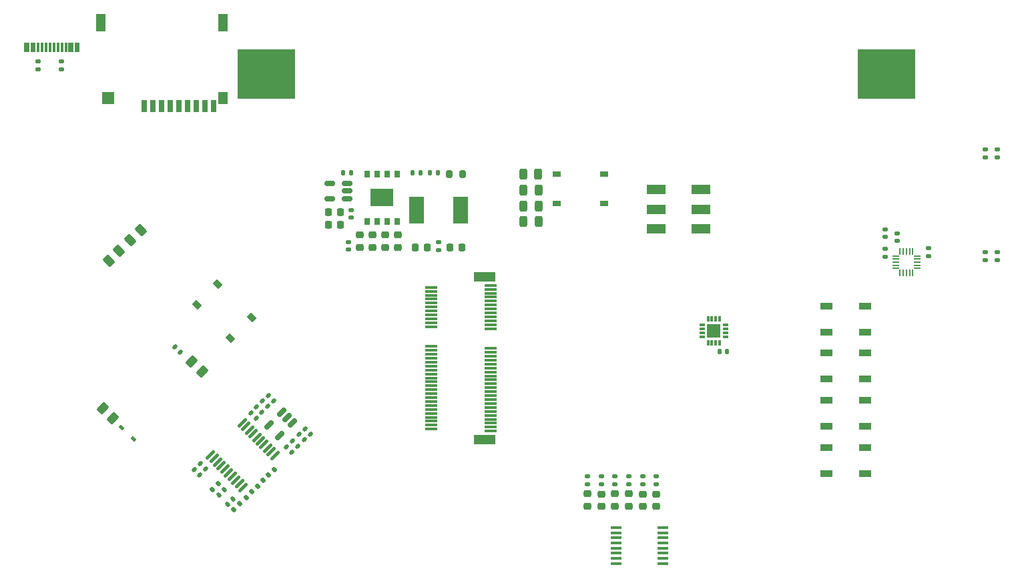
<source format=gbr>
%TF.GenerationSoftware,KiCad,Pcbnew,(6.0.5)*%
%TF.CreationDate,2022-06-20T23:01:54+02:00*%
%TF.ProjectId,clarinoid-devboard,636c6172-696e-46f6-9964-2d646576626f,rev?*%
%TF.SameCoordinates,Original*%
%TF.FileFunction,Paste,Top*%
%TF.FilePolarity,Positive*%
%FSLAX46Y46*%
G04 Gerber Fmt 4.6, Leading zero omitted, Abs format (unit mm)*
G04 Created by KiCad (PCBNEW (6.0.5)) date 2022-06-20 23:01:54*
%MOMM*%
%LPD*%
G01*
G04 APERTURE LIST*
G04 Aperture macros list*
%AMRoundRect*
0 Rectangle with rounded corners*
0 $1 Rounding radius*
0 $2 $3 $4 $5 $6 $7 $8 $9 X,Y pos of 4 corners*
0 Add a 4 corners polygon primitive as box body*
4,1,4,$2,$3,$4,$5,$6,$7,$8,$9,$2,$3,0*
0 Add four circle primitives for the rounded corners*
1,1,$1+$1,$2,$3*
1,1,$1+$1,$4,$5*
1,1,$1+$1,$6,$7*
1,1,$1+$1,$8,$9*
0 Add four rect primitives between the rounded corners*
20,1,$1+$1,$2,$3,$4,$5,0*
20,1,$1+$1,$4,$5,$6,$7,0*
20,1,$1+$1,$6,$7,$8,$9,0*
20,1,$1+$1,$8,$9,$2,$3,0*%
%AMRotRect*
0 Rectangle, with rotation*
0 The origin of the aperture is its center*
0 $1 length*
0 $2 width*
0 $3 Rotation angle, in degrees counterclockwise*
0 Add horizontal line*
21,1,$1,$2,0,0,$3*%
%AMFreePoly0*
4,1,14,0.354215,0.088284,0.450784,-0.008285,0.462500,-0.036569,0.462500,-0.060000,0.450784,-0.088284,0.422500,-0.100000,-0.422500,-0.100000,-0.450784,-0.088284,-0.462500,-0.060000,-0.462500,0.060000,-0.450784,0.088284,-0.422500,0.100000,0.325931,0.100000,0.354215,0.088284,0.354215,0.088284,$1*%
%AMFreePoly1*
4,1,14,0.450784,0.088284,0.462500,0.060000,0.462500,0.036569,0.450784,0.008285,0.354215,-0.088284,0.325931,-0.100000,-0.422500,-0.100000,-0.450784,-0.088284,-0.462500,-0.060000,-0.462500,0.060000,-0.450784,0.088284,-0.422500,0.100000,0.422500,0.100000,0.450784,0.088284,0.450784,0.088284,$1*%
%AMFreePoly2*
4,1,14,0.088284,0.450784,0.100000,0.422500,0.100000,-0.422500,0.088284,-0.450784,0.060000,-0.462500,-0.060000,-0.462500,-0.088284,-0.450784,-0.100000,-0.422500,-0.100000,0.325931,-0.088284,0.354215,0.008285,0.450784,0.036569,0.462500,0.060000,0.462500,0.088284,0.450784,0.088284,0.450784,$1*%
%AMFreePoly3*
4,1,14,-0.008285,0.450784,0.088284,0.354215,0.100000,0.325931,0.100000,-0.422500,0.088284,-0.450784,0.060000,-0.462500,-0.060000,-0.462500,-0.088284,-0.450784,-0.100000,-0.422500,-0.100000,0.422500,-0.088284,0.450784,-0.060000,0.462500,-0.036569,0.462500,-0.008285,0.450784,-0.008285,0.450784,$1*%
%AMFreePoly4*
4,1,14,0.450784,0.088284,0.462500,0.060000,0.462500,-0.060000,0.450784,-0.088284,0.422500,-0.100000,-0.325931,-0.100000,-0.354215,-0.088284,-0.450784,0.008285,-0.462500,0.036569,-0.462500,0.060000,-0.450784,0.088284,-0.422500,0.100000,0.422500,0.100000,0.450784,0.088284,0.450784,0.088284,$1*%
%AMFreePoly5*
4,1,14,0.450784,0.088284,0.462500,0.060000,0.462500,-0.060000,0.450784,-0.088284,0.422500,-0.100000,-0.422500,-0.100000,-0.450784,-0.088284,-0.462500,-0.060000,-0.462500,-0.036569,-0.450784,-0.008285,-0.354215,0.088284,-0.325931,0.100000,0.422500,0.100000,0.450784,0.088284,0.450784,0.088284,$1*%
%AMFreePoly6*
4,1,14,0.088284,0.450784,0.100000,0.422500,0.100000,-0.325931,0.088284,-0.354215,-0.008285,-0.450784,-0.036569,-0.462500,-0.060000,-0.462500,-0.088284,-0.450784,-0.100000,-0.422500,-0.100000,0.422500,-0.088284,0.450784,-0.060000,0.462500,0.060000,0.462500,0.088284,0.450784,0.088284,0.450784,$1*%
%AMFreePoly7*
4,1,14,0.088284,0.450784,0.100000,0.422500,0.100000,-0.422500,0.088284,-0.450784,0.060000,-0.462500,0.036569,-0.462500,0.008285,-0.450784,-0.088284,-0.354215,-0.100000,-0.325931,-0.100000,0.422500,-0.088284,0.450784,-0.060000,0.462500,0.060000,0.462500,0.088284,0.450784,0.088284,0.450784,$1*%
G04 Aperture macros list end*
%ADD10R,1.500000X0.900000*%
%ADD11RoundRect,0.218750X0.256250X-0.218750X0.256250X0.218750X-0.256250X0.218750X-0.256250X-0.218750X0*%
%ADD12RoundRect,0.140000X-0.219203X-0.021213X-0.021213X-0.219203X0.219203X0.021213X0.021213X0.219203X0*%
%ADD13RoundRect,0.225000X0.225000X0.250000X-0.225000X0.250000X-0.225000X-0.250000X0.225000X-0.250000X0*%
%ADD14RoundRect,0.135000X0.185000X-0.135000X0.185000X0.135000X-0.185000X0.135000X-0.185000X-0.135000X0*%
%ADD15RoundRect,0.225000X-0.250000X0.225000X-0.250000X-0.225000X0.250000X-0.225000X0.250000X0.225000X0*%
%ADD16RotRect,0.600000X0.450000X315.000000*%
%ADD17RoundRect,0.140000X0.170000X-0.140000X0.170000X0.140000X-0.170000X0.140000X-0.170000X-0.140000X0*%
%ADD18RoundRect,0.135000X0.135000X0.185000X-0.135000X0.185000X-0.135000X-0.185000X0.135000X-0.185000X0*%
%ADD19R,1.475000X0.450000*%
%ADD20R,0.700000X0.950000*%
%ADD21R,2.850000X2.250000*%
%ADD22R,2.375000X1.300000*%
%ADD23RoundRect,0.140000X0.021213X-0.219203X0.219203X-0.021213X-0.021213X0.219203X-0.219203X0.021213X0*%
%ADD24R,7.340000X6.350000*%
%ADD25R,1.850000X3.500000*%
%ADD26RoundRect,0.135000X-0.185000X0.135000X-0.185000X-0.135000X0.185000X-0.135000X0.185000X0.135000X0*%
%ADD27RoundRect,0.243750X0.243750X0.456250X-0.243750X0.456250X-0.243750X-0.456250X0.243750X-0.456250X0*%
%ADD28RoundRect,0.140000X0.140000X0.170000X-0.140000X0.170000X-0.140000X-0.170000X0.140000X-0.170000X0*%
%ADD29RoundRect,0.140000X0.219203X0.021213X0.021213X0.219203X-0.219203X-0.021213X-0.021213X-0.219203X0*%
%ADD30RoundRect,0.243750X-0.243750X-0.456250X0.243750X-0.456250X0.243750X0.456250X-0.243750X0.456250X0*%
%ADD31RoundRect,0.150000X0.512500X0.150000X-0.512500X0.150000X-0.512500X-0.150000X0.512500X-0.150000X0*%
%ADD32RoundRect,0.135000X-0.035355X0.226274X-0.226274X0.035355X0.035355X-0.226274X0.226274X-0.035355X0*%
%ADD33RoundRect,0.250000X0.132583X-0.503814X0.503814X-0.132583X-0.132583X0.503814X-0.503814X0.132583X0*%
%ADD34RoundRect,0.250000X0.503814X0.132583X0.132583X0.503814X-0.503814X-0.132583X-0.132583X-0.503814X0*%
%ADD35FreePoly0,270.000000*%
%ADD36RoundRect,0.050000X-0.050000X0.412500X-0.050000X-0.412500X0.050000X-0.412500X0.050000X0.412500X0*%
%ADD37FreePoly1,270.000000*%
%ADD38FreePoly2,270.000000*%
%ADD39RoundRect,0.050000X-0.412500X0.050000X-0.412500X-0.050000X0.412500X-0.050000X0.412500X0.050000X0*%
%ADD40FreePoly3,270.000000*%
%ADD41FreePoly4,270.000000*%
%ADD42FreePoly5,270.000000*%
%ADD43FreePoly6,270.000000*%
%ADD44FreePoly7,270.000000*%
%ADD45R,0.700000X1.600000*%
%ADD46R,1.200000X1.500000*%
%ADD47R,1.200000X2.200000*%
%ADD48R,1.600000X1.500000*%
%ADD49RoundRect,0.135000X0.035355X-0.226274X0.226274X-0.035355X-0.035355X0.226274X-0.226274X0.035355X0*%
%ADD50RoundRect,0.100000X-0.380070X-0.521491X0.521491X0.380070X0.380070X0.521491X-0.521491X-0.380070X0*%
%ADD51R,0.300000X0.800000*%
%ADD52R,0.800000X0.300000*%
%ADD53R,1.800000X1.800000*%
%ADD54R,0.300000X1.150000*%
%ADD55R,1.550000X0.300000*%
%ADD56R,2.750000X1.200000*%
%ADD57RoundRect,0.200000X0.200000X0.275000X-0.200000X0.275000X-0.200000X-0.275000X0.200000X-0.275000X0*%
%ADD58RoundRect,0.225000X-0.225000X-0.250000X0.225000X-0.250000X0.225000X0.250000X-0.225000X0.250000X0*%
%ADD59RoundRect,0.140000X-0.140000X-0.170000X0.140000X-0.170000X0.140000X0.170000X-0.140000X0.170000X0*%
%ADD60R,1.000000X0.750000*%
%ADD61RoundRect,0.250000X-0.503814X-0.132583X-0.132583X-0.503814X0.503814X0.132583X0.132583X0.503814X0*%
%ADD62RotRect,1.000000X0.750000X315.000000*%
%ADD63RoundRect,0.150000X0.256326X0.468458X-0.468458X-0.256326X-0.256326X-0.468458X0.468458X0.256326X0*%
G04 APERTURE END LIST*
D10*
%TO.C,D15*%
X193060804Y-65797034D03*
X193060804Y-69097034D03*
X197960804Y-69097034D03*
X197960804Y-65797034D03*
%TD*%
%TO.C,D14*%
X193060804Y-71797034D03*
X193060804Y-75097034D03*
X197960804Y-75097034D03*
X197960804Y-71797034D03*
%TD*%
%TO.C,D13*%
X193060804Y-77797034D03*
X193060804Y-81097034D03*
X197960804Y-81097034D03*
X197960804Y-77797034D03*
%TD*%
%TO.C,D12*%
X193060804Y-83797034D03*
X193060804Y-87097034D03*
X197960804Y-87097034D03*
X197960804Y-83797034D03*
%TD*%
D11*
%TO.C,D5*%
X171493312Y-91247042D03*
X171493312Y-89672042D03*
%TD*%
D12*
%TO.C,C4*%
X126883077Y-81371386D03*
X127561899Y-82050208D03*
%TD*%
D13*
%TO.C,C28*%
X131420804Y-55512034D03*
X129870804Y-55512034D03*
%TD*%
D14*
%TO.C,R38*%
X164493312Y-88459542D03*
X164493312Y-87439542D03*
%TD*%
D15*
%TO.C,C21*%
X135460804Y-56797034D03*
X135460804Y-58347034D03*
%TD*%
D11*
%TO.C,D7*%
X169743312Y-91247042D03*
X169743312Y-89672042D03*
%TD*%
D14*
%TO.C,R35*%
X169743312Y-88459542D03*
X169743312Y-87439542D03*
%TD*%
%TO.C,R40*%
X213198312Y-46934542D03*
X213198312Y-45914542D03*
%TD*%
D16*
%TO.C,D6*%
X103675702Y-81230055D03*
X105160626Y-82714979D03*
%TD*%
D17*
%TO.C,C23*%
X132460804Y-58657034D03*
X132460804Y-57697034D03*
%TD*%
D18*
%TO.C,R10*%
X132770804Y-48912034D03*
X131750804Y-48912034D03*
%TD*%
D17*
%TO.C,C26*%
X132745804Y-54572034D03*
X132745804Y-53612034D03*
%TD*%
D12*
%TO.C,C14*%
X122226946Y-77146256D03*
X122905768Y-77825078D03*
%TD*%
D17*
%TO.C,C25*%
X200468792Y-57032042D03*
X200468792Y-56072042D03*
%TD*%
D11*
%TO.C,D9*%
X166243312Y-91237042D03*
X166243312Y-89662042D03*
%TD*%
D13*
%TO.C,C18*%
X142435804Y-58397034D03*
X140885804Y-58397034D03*
%TD*%
D15*
%TO.C,C20*%
X137060804Y-56797034D03*
X137060804Y-58347034D03*
%TD*%
D19*
%TO.C,IC1*%
X166385312Y-93934542D03*
X166385312Y-94584542D03*
X166385312Y-95234542D03*
X166385312Y-95884542D03*
X166385312Y-96534542D03*
X166385312Y-97184542D03*
X166385312Y-97834542D03*
X166385312Y-98484542D03*
X172261312Y-98484542D03*
X172261312Y-97834542D03*
X172261312Y-97184542D03*
X172261312Y-96534542D03*
X172261312Y-95884542D03*
X172261312Y-95234542D03*
X172261312Y-94584542D03*
X172261312Y-93934542D03*
%TD*%
D20*
%TO.C,IC2*%
X138560804Y-49097034D03*
X137290804Y-49097034D03*
X136020804Y-49097034D03*
X134750804Y-49097034D03*
X134750804Y-55047034D03*
X136020804Y-55047034D03*
X137290804Y-55047034D03*
X138560804Y-55047034D03*
D21*
X136655804Y-52072034D03*
%TD*%
D22*
%TO.C,U10*%
X177118804Y-51032034D03*
X177118804Y-53532034D03*
X177118804Y-56032034D03*
X171492804Y-56032034D03*
X171492804Y-53532034D03*
X171492804Y-51032034D03*
%TD*%
D23*
%TO.C,C12*%
X117099730Y-90977956D03*
X117778552Y-90299134D03*
%TD*%
D24*
%TO.C,BT1*%
X121988304Y-36346568D03*
X200648304Y-36346568D03*
%TD*%
D25*
%TO.C,L1*%
X141060804Y-53612034D03*
X146660804Y-53612034D03*
%TD*%
D26*
%TO.C,R4*%
X205993312Y-58439542D03*
X205993312Y-59459542D03*
%TD*%
D14*
%TO.C,R41*%
X214698312Y-46944542D03*
X214698312Y-45924542D03*
%TD*%
D11*
%TO.C,D11*%
X162743312Y-91237042D03*
X162743312Y-89662042D03*
%TD*%
D27*
%TO.C,D1*%
X156518304Y-55096568D03*
X154643304Y-55096568D03*
%TD*%
D28*
%TO.C,C15*%
X143740804Y-48897034D03*
X142780804Y-48897034D03*
%TD*%
D12*
%TO.C,C27*%
X110442714Y-71026505D03*
X111121536Y-71705327D03*
%TD*%
D29*
%TO.C,C8*%
X113501248Y-87229599D03*
X112822426Y-86550777D03*
%TD*%
%TO.C,C5*%
X126017038Y-83623354D03*
X125338216Y-82944532D03*
%TD*%
D23*
%TO.C,C9*%
X115982501Y-89832443D03*
X116661323Y-89153621D03*
%TD*%
D11*
%TO.C,D8*%
X167993312Y-91237042D03*
X167993312Y-89662042D03*
%TD*%
D30*
%TO.C,D2*%
X154643304Y-53096568D03*
X156518304Y-53096568D03*
%TD*%
D31*
%TO.C,U11*%
X132283304Y-52162034D03*
X132283304Y-51212034D03*
X132283304Y-50262034D03*
X130008304Y-50262034D03*
X130008304Y-52162034D03*
%TD*%
D32*
%TO.C,R6*%
X118613630Y-90913626D03*
X117892382Y-91634874D03*
%TD*%
D17*
%TO.C,C24*%
X201993312Y-57539542D03*
X201993312Y-56579542D03*
%TD*%
D12*
%TO.C,C11*%
X121519839Y-77853363D03*
X122198661Y-78532185D03*
%TD*%
D14*
%TO.C,R34*%
X171493312Y-88459542D03*
X171493312Y-87439542D03*
%TD*%
D29*
%TO.C,C6*%
X125225078Y-84387029D03*
X124546256Y-83708207D03*
%TD*%
D15*
%TO.C,C17*%
X138660804Y-56797034D03*
X138660804Y-58347034D03*
%TD*%
D33*
%TO.C,R21*%
X102015569Y-60092269D03*
X103306039Y-58801799D03*
%TD*%
D34*
%TO.C,R22*%
X113840362Y-74141310D03*
X112549892Y-72850840D03*
%TD*%
D30*
%TO.C,D4*%
X154580804Y-49096568D03*
X156455804Y-49096568D03*
%TD*%
D14*
%TO.C,R37*%
X166243312Y-88459542D03*
X166243312Y-87439542D03*
%TD*%
D35*
%TO.C,U4*%
X203993312Y-58852042D03*
D36*
X203593312Y-58852042D03*
X203193312Y-58852042D03*
X202793312Y-58852042D03*
D37*
X202393312Y-58852042D03*
D38*
X201805812Y-59439542D03*
D39*
X201805812Y-59839542D03*
X201805812Y-60239542D03*
X201805812Y-60639542D03*
D40*
X201805812Y-61039542D03*
D41*
X202393312Y-61627042D03*
D36*
X202793312Y-61627042D03*
X203193312Y-61627042D03*
X203593312Y-61627042D03*
D42*
X203993312Y-61627042D03*
D43*
X204580812Y-61039542D03*
D39*
X204580812Y-60639542D03*
X204580812Y-60239542D03*
X204580812Y-59839542D03*
D44*
X204580812Y-59439542D03*
%TD*%
D26*
%TO.C,R11*%
X143860804Y-57687034D03*
X143860804Y-58707034D03*
%TD*%
D45*
%TO.C,J3*%
X106525000Y-40437500D03*
X107625000Y-40437500D03*
X108725000Y-40437500D03*
X109825000Y-40437500D03*
X110925000Y-40437500D03*
X112025000Y-40437500D03*
X113125000Y-40437500D03*
X114225000Y-40437500D03*
X115325000Y-40437500D03*
D46*
X116525000Y-39437500D03*
D47*
X116525000Y-29837500D03*
X101025000Y-29837500D03*
D48*
X101925000Y-39437500D03*
%TD*%
D32*
%TO.C,R3*%
X123004763Y-86550777D03*
X122283515Y-87272025D03*
%TD*%
D29*
%TO.C,C13*%
X121420844Y-79310003D03*
X120742022Y-78631181D03*
%TD*%
D49*
%TO.C,R1*%
X119455088Y-90100452D03*
X120176336Y-89379204D03*
%TD*%
D11*
%TO.C,D10*%
X164493312Y-91247042D03*
X164493312Y-89672042D03*
%TD*%
D12*
%TO.C,C3*%
X126138931Y-82115533D03*
X126817753Y-82794355D03*
%TD*%
D14*
%TO.C,R7*%
X93018304Y-35746568D03*
X93018304Y-34726568D03*
%TD*%
D50*
%TO.C,U1*%
X114903088Y-84689318D03*
X115362707Y-85148937D03*
X115822326Y-85608557D03*
X116281946Y-86068176D03*
X116741565Y-86527795D03*
X117201185Y-86987415D03*
X117660804Y-87447034D03*
X118120423Y-87906654D03*
X118580043Y-88366273D03*
X119039662Y-88825892D03*
X123087848Y-84777706D03*
X122628229Y-84318087D03*
X122168610Y-83858467D03*
X121708990Y-83398848D03*
X121249371Y-82939229D03*
X120789751Y-82479609D03*
X120330132Y-82019990D03*
X119870513Y-81560370D03*
X119410893Y-81100751D03*
X118951274Y-80641132D03*
%TD*%
D14*
%TO.C,R8*%
X96018304Y-35746568D03*
X96018304Y-34726568D03*
%TD*%
D27*
%TO.C,D3*%
X156518304Y-51096568D03*
X154643304Y-51096568D03*
%TD*%
D51*
%TO.C,IC4*%
X178016565Y-70447523D03*
X178516565Y-70447523D03*
X179016565Y-70447523D03*
X179516565Y-70447523D03*
D52*
X180266565Y-69697523D03*
X180266565Y-69197523D03*
X180266565Y-68697523D03*
X180266565Y-68197523D03*
D51*
X179516565Y-67447523D03*
X179016565Y-67447523D03*
X178516565Y-67447523D03*
X178016565Y-67447523D03*
D52*
X177266565Y-68197523D03*
X177266565Y-68697523D03*
X177266565Y-69197523D03*
X177266565Y-69697523D03*
D53*
X178766565Y-68947523D03*
%TD*%
D26*
%TO.C,R13*%
X213198312Y-58934542D03*
X213198312Y-59954542D03*
%TD*%
D54*
%TO.C,J2*%
X98168304Y-33016568D03*
X97368304Y-33016568D03*
X96068304Y-33016568D03*
X95068304Y-33016568D03*
X94568304Y-33016568D03*
X93568304Y-33016568D03*
X92268304Y-33016568D03*
X91468304Y-33016568D03*
X91768304Y-33016568D03*
X92568304Y-33016568D03*
X93068304Y-33016568D03*
X94068304Y-33016568D03*
X95568304Y-33016568D03*
X96568304Y-33016568D03*
X97068304Y-33016568D03*
X97868304Y-33016568D03*
%TD*%
D29*
%TO.C,C10*%
X120713737Y-80017109D03*
X120034915Y-79338287D03*
%TD*%
D14*
%TO.C,R36*%
X167993312Y-88459542D03*
X167993312Y-87439542D03*
%TD*%
D55*
%TO.C,U3*%
X150473312Y-63184542D03*
X142923312Y-63434542D03*
X150473312Y-63684542D03*
X142923312Y-63934542D03*
X150473312Y-64184542D03*
X142923312Y-64434542D03*
X150473312Y-64684542D03*
X142923312Y-64934542D03*
X150473312Y-65184542D03*
X142923312Y-65434542D03*
X150473312Y-65684542D03*
X142923312Y-65934542D03*
X150473312Y-66184542D03*
X142923312Y-66434542D03*
X150473312Y-66684542D03*
X142923312Y-66934542D03*
X150473312Y-67184542D03*
X142923312Y-67434542D03*
X150473312Y-67684542D03*
X142923312Y-67934542D03*
X150473312Y-68184542D03*
X142923312Y-68434542D03*
X150473312Y-68684542D03*
X142923312Y-70934542D03*
X150473312Y-71184542D03*
X142923312Y-71434542D03*
X150473312Y-71684542D03*
X142923312Y-71934542D03*
X150473312Y-72184542D03*
X142923312Y-72434542D03*
X150473312Y-72684542D03*
X142923312Y-72934542D03*
X150473312Y-73184542D03*
X142923312Y-73434542D03*
X150473312Y-73684542D03*
X142923312Y-73934542D03*
X150473312Y-74184542D03*
X142923312Y-74434542D03*
X150473312Y-74684542D03*
X142923312Y-74934542D03*
X150473312Y-75184542D03*
X142923312Y-75434542D03*
X150473312Y-75684542D03*
X142923312Y-75934542D03*
X150473312Y-76184542D03*
X142923312Y-76434542D03*
X150473312Y-76684542D03*
X142923312Y-76934542D03*
X150473312Y-77184542D03*
X142923312Y-77434542D03*
X150473312Y-77684542D03*
X142923312Y-77934542D03*
X150473312Y-78184542D03*
X142923312Y-78434542D03*
X150473312Y-78684542D03*
X142923312Y-78934542D03*
X150473312Y-79184542D03*
X142923312Y-79434542D03*
X150473312Y-79684542D03*
X142923312Y-79934542D03*
X150473312Y-80184542D03*
X142923312Y-80434542D03*
X150473312Y-80684542D03*
X142923312Y-80934542D03*
X150473312Y-81184542D03*
X142923312Y-81434542D03*
X150473312Y-81684542D03*
D56*
X149698312Y-62084542D03*
X149698312Y-82784542D03*
%TD*%
D57*
%TO.C,R9*%
X146885804Y-49097034D03*
X145235804Y-49097034D03*
%TD*%
D32*
%TO.C,R5*%
X115890577Y-88368733D03*
X115169329Y-89089981D03*
%TD*%
D15*
%TO.C,C22*%
X133860804Y-56797034D03*
X133860804Y-58347034D03*
%TD*%
D32*
%TO.C,R2*%
X121597620Y-87957919D03*
X120876372Y-88679167D03*
%TD*%
D14*
%TO.C,R12*%
X200493312Y-59559542D03*
X200493312Y-58539542D03*
%TD*%
D58*
%TO.C,C19*%
X145285804Y-58397034D03*
X146835804Y-58397034D03*
%TD*%
D59*
%TO.C,C16*%
X140580804Y-48897034D03*
X141540804Y-48897034D03*
%TD*%
D33*
%TO.C,R20*%
X104773285Y-57475973D03*
X106063755Y-56185503D03*
%TD*%
D59*
%TO.C,C30*%
X179461565Y-71607523D03*
X180421565Y-71607523D03*
%TD*%
D26*
%TO.C,R14*%
X214698312Y-58934542D03*
X214698312Y-59954542D03*
%TD*%
D60*
%TO.C,SW1*%
X164823304Y-52822034D03*
X164823304Y-49072034D03*
X158823304Y-52822034D03*
X158823304Y-49072034D03*
%TD*%
D13*
%TO.C,C29*%
X131420804Y-53912034D03*
X129870804Y-53912034D03*
%TD*%
D12*
%TO.C,C7*%
X113600243Y-85772959D03*
X114279065Y-86451781D03*
%TD*%
D14*
%TO.C,R39*%
X162743312Y-88459542D03*
X162743312Y-87439542D03*
%TD*%
D61*
%TO.C,R19*%
X101236184Y-78790537D03*
X102526654Y-80081007D03*
%TD*%
D62*
%TO.C,SW6*%
X115865309Y-62999888D03*
X113213658Y-65651539D03*
X120107950Y-67242529D03*
X117456299Y-69894180D03*
%TD*%
D63*
%TO.C,U7*%
X125315234Y-80605776D03*
X124643483Y-79934025D03*
X123971732Y-79262274D03*
X122363064Y-80870942D03*
X123706566Y-82214444D03*
%TD*%
M02*

</source>
